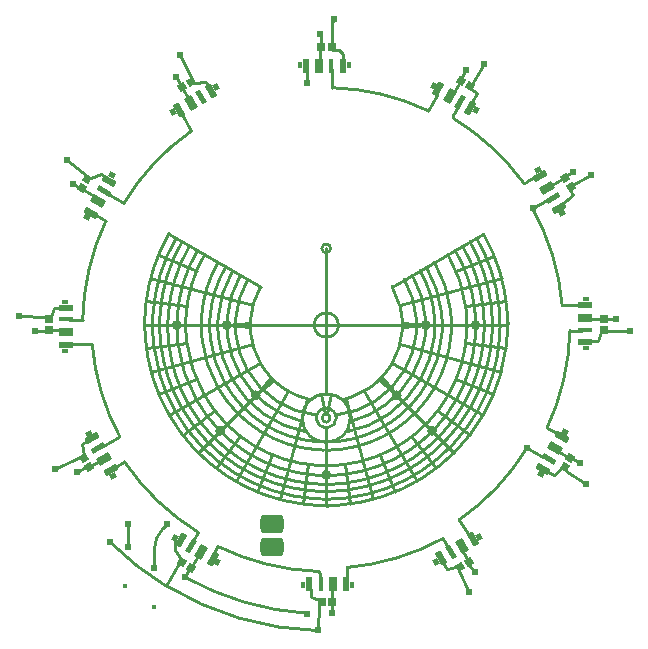
<source format=gtl>
G04*
G04 #@! TF.GenerationSoftware,Altium Limited,Altium Designer,21.8.1 (53)*
G04*
G04 Layer_Physical_Order=1*
G04 Layer_Color=255*
%FSLAX25Y25*%
%MOIN*%
G70*
G04*
G04 #@! TF.SameCoordinates,BB14BC4D-F75F-4C2B-B3D6-E291CF296C5C*
G04*
G04*
G04 #@! TF.FilePolarity,Positive*
G04*
G01*
G75*
%ADD11C,0.01000*%
G04:AMPARAMS|DCode=12|XSize=25.59mil|YSize=25.2mil|CornerRadius=0mil|HoleSize=0mil|Usage=FLASHONLY|Rotation=330.000|XOffset=0mil|YOffset=0mil|HoleType=Round|Shape=Rectangle|*
%AMROTATEDRECTD12*
4,1,4,-0.01738,-0.00451,-0.00478,0.01731,0.01738,0.00451,0.00478,-0.01731,-0.01738,-0.00451,0.0*
%
%ADD12ROTATEDRECTD12*%

%ADD13R,0.02165X0.04724*%
%ADD14R,0.02756X0.04724*%
%ADD15R,0.01772X0.04724*%
%ADD16R,0.01772X0.02165*%
G04:AMPARAMS|DCode=17|XSize=47.24mil|YSize=21.65mil|CornerRadius=0mil|HoleSize=0mil|Usage=FLASHONLY|Rotation=60.000|XOffset=0mil|YOffset=0mil|HoleType=Round|Shape=Rectangle|*
%AMROTATEDRECTD17*
4,1,4,-0.00244,-0.02587,-0.02119,-0.01504,0.00244,0.02587,0.02119,0.01504,-0.00244,-0.02587,0.0*
%
%ADD17ROTATEDRECTD17*%

%ADD18R,0.02559X0.02520*%
G04:AMPARAMS|DCode=19|XSize=25.59mil|YSize=25.2mil|CornerRadius=0mil|HoleSize=0mil|Usage=FLASHONLY|Rotation=210.000|XOffset=0mil|YOffset=0mil|HoleType=Round|Shape=Rectangle|*
%AMROTATEDRECTD19*
4,1,4,0.00478,0.01731,0.01738,-0.00451,-0.00478,-0.01731,-0.01738,0.00451,0.00478,0.01731,0.0*
%
%ADD19ROTATEDRECTD19*%

G04:AMPARAMS|DCode=20|XSize=25.59mil|YSize=25.2mil|CornerRadius=0mil|HoleSize=0mil|Usage=FLASHONLY|Rotation=300.000|XOffset=0mil|YOffset=0mil|HoleType=Round|Shape=Rectangle|*
%AMROTATEDRECTD20*
4,1,4,-0.01731,0.00478,0.00451,0.01738,0.01731,-0.00478,-0.00451,-0.01738,-0.01731,0.00478,0.0*
%
%ADD20ROTATEDRECTD20*%

%ADD21R,0.02520X0.02559*%
G04:AMPARAMS|DCode=22|XSize=25.59mil|YSize=25.2mil|CornerRadius=0mil|HoleSize=0mil|Usage=FLASHONLY|Rotation=240.000|XOffset=0mil|YOffset=0mil|HoleType=Round|Shape=Rectangle|*
%AMROTATEDRECTD22*
4,1,4,-0.00451,0.01738,0.01731,0.00478,0.00451,-0.01738,-0.01731,-0.00478,-0.00451,0.01738,0.0*
%
%ADD22ROTATEDRECTD22*%

G04:AMPARAMS|DCode=23|XSize=47.24mil|YSize=27.56mil|CornerRadius=0mil|HoleSize=0mil|Usage=FLASHONLY|Rotation=240.000|XOffset=0mil|YOffset=0mil|HoleType=Round|Shape=Rectangle|*
%AMROTATEDRECTD23*
4,1,4,-0.00012,0.02735,0.02374,0.01357,0.00012,-0.02735,-0.02374,-0.01357,-0.00012,0.02735,0.0*
%
%ADD23ROTATEDRECTD23*%

G04:AMPARAMS|DCode=24|XSize=47.24mil|YSize=17.72mil|CornerRadius=0mil|HoleSize=0mil|Usage=FLASHONLY|Rotation=240.000|XOffset=0mil|YOffset=0mil|HoleType=Round|Shape=Rectangle|*
%AMROTATEDRECTD24*
4,1,4,0.00414,0.02489,0.01948,0.01603,-0.00414,-0.02489,-0.01948,-0.01603,0.00414,0.02489,0.0*
%
%ADD24ROTATEDRECTD24*%

G04:AMPARAMS|DCode=25|XSize=21.65mil|YSize=17.72mil|CornerRadius=0mil|HoleSize=0mil|Usage=FLASHONLY|Rotation=240.000|XOffset=0mil|YOffset=0mil|HoleType=Round|Shape=Rectangle|*
%AMROTATEDRECTD25*
4,1,4,-0.00226,0.01381,0.01309,0.00495,0.00226,-0.01381,-0.01309,-0.00495,-0.00226,0.01381,0.0*
%
%ADD25ROTATEDRECTD25*%

G04:AMPARAMS|DCode=26|XSize=47.24mil|YSize=21.65mil|CornerRadius=0mil|HoleSize=0mil|Usage=FLASHONLY|Rotation=210.000|XOffset=0mil|YOffset=0mil|HoleType=Round|Shape=Rectangle|*
%AMROTATEDRECTD26*
4,1,4,0.01504,0.02119,0.02587,0.00244,-0.01504,-0.02119,-0.02587,-0.00244,0.01504,0.02119,0.0*
%
%ADD26ROTATEDRECTD26*%

G04:AMPARAMS|DCode=27|XSize=47.24mil|YSize=27.56mil|CornerRadius=0mil|HoleSize=0mil|Usage=FLASHONLY|Rotation=210.000|XOffset=0mil|YOffset=0mil|HoleType=Round|Shape=Rectangle|*
%AMROTATEDRECTD27*
4,1,4,0.01357,0.02374,0.02735,-0.00012,-0.01357,-0.02374,-0.02735,0.00012,0.01357,0.02374,0.0*
%
%ADD27ROTATEDRECTD27*%

G04:AMPARAMS|DCode=28|XSize=47.24mil|YSize=17.72mil|CornerRadius=0mil|HoleSize=0mil|Usage=FLASHONLY|Rotation=210.000|XOffset=0mil|YOffset=0mil|HoleType=Round|Shape=Rectangle|*
%AMROTATEDRECTD28*
4,1,4,0.01603,0.01948,0.02489,0.00414,-0.01603,-0.01948,-0.02489,-0.00414,0.01603,0.01948,0.0*
%
%ADD28ROTATEDRECTD28*%

G04:AMPARAMS|DCode=29|XSize=21.65mil|YSize=17.72mil|CornerRadius=0mil|HoleSize=0mil|Usage=FLASHONLY|Rotation=210.000|XOffset=0mil|YOffset=0mil|HoleType=Round|Shape=Rectangle|*
%AMROTATEDRECTD29*
4,1,4,0.00495,0.01309,0.01381,-0.00226,-0.00495,-0.01309,-0.01381,0.00226,0.00495,0.01309,0.0*
%
%ADD29ROTATEDRECTD29*%

%ADD30R,0.04724X0.02165*%
%ADD31R,0.04724X0.02756*%
%ADD32R,0.04724X0.01772*%
%ADD33R,0.02165X0.01772*%
G04:AMPARAMS|DCode=34|XSize=47.24mil|YSize=21.65mil|CornerRadius=0mil|HoleSize=0mil|Usage=FLASHONLY|Rotation=150.000|XOffset=0mil|YOffset=0mil|HoleType=Round|Shape=Rectangle|*
%AMROTATEDRECTD34*
4,1,4,0.02587,-0.00244,0.01504,-0.02119,-0.02587,0.00244,-0.01504,0.02119,0.02587,-0.00244,0.0*
%
%ADD34ROTATEDRECTD34*%

G04:AMPARAMS|DCode=35|XSize=47.24mil|YSize=27.56mil|CornerRadius=0mil|HoleSize=0mil|Usage=FLASHONLY|Rotation=150.000|XOffset=0mil|YOffset=0mil|HoleType=Round|Shape=Rectangle|*
%AMROTATEDRECTD35*
4,1,4,0.02735,0.00012,0.01357,-0.02374,-0.02735,-0.00012,-0.01357,0.02374,0.02735,0.00012,0.0*
%
%ADD35ROTATEDRECTD35*%

G04:AMPARAMS|DCode=36|XSize=47.24mil|YSize=17.72mil|CornerRadius=0mil|HoleSize=0mil|Usage=FLASHONLY|Rotation=150.000|XOffset=0mil|YOffset=0mil|HoleType=Round|Shape=Rectangle|*
%AMROTATEDRECTD36*
4,1,4,0.02489,-0.00414,0.01603,-0.01948,-0.02489,0.00414,-0.01603,0.01948,0.02489,-0.00414,0.0*
%
%ADD36ROTATEDRECTD36*%

G04:AMPARAMS|DCode=37|XSize=21.65mil|YSize=17.72mil|CornerRadius=0mil|HoleSize=0mil|Usage=FLASHONLY|Rotation=150.000|XOffset=0mil|YOffset=0mil|HoleType=Round|Shape=Rectangle|*
%AMROTATEDRECTD37*
4,1,4,0.01381,0.00226,0.00495,-0.01309,-0.01381,-0.00226,-0.00495,0.01309,0.01381,0.00226,0.0*
%
%ADD37ROTATEDRECTD37*%

G04:AMPARAMS|DCode=38|XSize=47.24mil|YSize=21.65mil|CornerRadius=0mil|HoleSize=0mil|Usage=FLASHONLY|Rotation=120.000|XOffset=0mil|YOffset=0mil|HoleType=Round|Shape=Rectangle|*
%AMROTATEDRECTD38*
4,1,4,0.02119,-0.01504,0.00244,-0.02587,-0.02119,0.01504,-0.00244,0.02587,0.02119,-0.01504,0.0*
%
%ADD38ROTATEDRECTD38*%

G04:AMPARAMS|DCode=39|XSize=47.24mil|YSize=27.56mil|CornerRadius=0mil|HoleSize=0mil|Usage=FLASHONLY|Rotation=120.000|XOffset=0mil|YOffset=0mil|HoleType=Round|Shape=Rectangle|*
%AMROTATEDRECTD39*
4,1,4,0.02374,-0.01357,-0.00012,-0.02735,-0.02374,0.01357,0.00012,0.02735,0.02374,-0.01357,0.0*
%
%ADD39ROTATEDRECTD39*%

G04:AMPARAMS|DCode=40|XSize=47.24mil|YSize=17.72mil|CornerRadius=0mil|HoleSize=0mil|Usage=FLASHONLY|Rotation=120.000|XOffset=0mil|YOffset=0mil|HoleType=Round|Shape=Rectangle|*
%AMROTATEDRECTD40*
4,1,4,0.01948,-0.01603,0.00414,-0.02489,-0.01948,0.01603,-0.00414,0.02489,0.01948,-0.01603,0.0*
%
%ADD40ROTATEDRECTD40*%

G04:AMPARAMS|DCode=41|XSize=21.65mil|YSize=17.72mil|CornerRadius=0mil|HoleSize=0mil|Usage=FLASHONLY|Rotation=120.000|XOffset=0mil|YOffset=0mil|HoleType=Round|Shape=Rectangle|*
%AMROTATEDRECTD41*
4,1,4,0.01309,-0.00495,-0.00226,-0.01381,-0.01309,0.00495,0.00226,0.01381,0.01309,-0.00495,0.0*
%
%ADD41ROTATEDRECTD41*%

%ADD74C,0.01000*%
%ADD75C,0.01772*%
G04:AMPARAMS|DCode=76|XSize=78.74mil|YSize=62.99mil|CornerRadius=15.75mil|HoleSize=0mil|Usage=FLASHONLY|Rotation=0.000|XOffset=0mil|YOffset=0mil|HoleType=Round|Shape=RoundedRectangle|*
%AMROUNDEDRECTD76*
21,1,0.07874,0.03150,0,0,0.0*
21,1,0.04724,0.06299,0,0,0.0*
1,1,0.03150,0.02362,-0.01575*
1,1,0.03150,-0.02362,-0.01575*
1,1,0.03150,-0.02362,0.01575*
1,1,0.03150,0.02362,0.01575*
%
%ADD76ROUNDEDRECTD76*%
%ADD77C,0.02400*%
D11*
X359147Y76647D02*
G03*
X356219Y69576I7071J-7071D01*
G01*
X341500Y72000D02*
G03*
X360031Y57429I72000J72500D01*
G01*
X360116Y57568D02*
G03*
X410705Y42524I53384J86932D01*
G01*
X411502Y61296D02*
G03*
X411502Y61303I-1000J0D01*
G01*
X410584Y62292D02*
G03*
X410538Y62295I-82J-997D01*
G01*
X411247Y61962D02*
G03*
X411167Y62042I-746J-666D01*
G01*
X377356Y70616D02*
G03*
X410538Y62295I36124J73732D01*
G01*
X335500Y138000D02*
G03*
X344730Y107125I78000J6500D01*
G01*
X492155Y150972D02*
G03*
X481960Y183764I-78655J-6472D01*
G01*
X367977Y170775D02*
G03*
X360815Y147389I45150J-26617D01*
G01*
X361149Y174948D02*
G03*
X353453Y151846I51938J-30135D01*
G01*
X372988Y167883D02*
G03*
X366798Y147723I40272J-23394D01*
G01*
X365489Y172212D02*
G03*
X358132Y148129I47604J-27707D01*
G01*
X370599Y169262D02*
G03*
X363863Y147389I42640J-25107D01*
G01*
X363863D02*
G03*
X363757Y144683I50361J-3333D01*
G01*
X360815Y147389D02*
G03*
X360714Y144576I53380J-3334D01*
G01*
X366798Y147723D02*
G03*
X366687Y145131I47366J-3329D01*
G01*
X364890Y144387D02*
G03*
X364890Y144387I-1172J0D01*
G01*
X363757Y144683D02*
G03*
X363753Y144049I50808J-634D01*
G01*
X366687Y145131D02*
G03*
X366682Y144387I47813J-743D01*
G01*
X366741Y142007D02*
G03*
X367009Y138816I47100J2353D01*
G01*
X360714Y144576D02*
G03*
X360711Y144049I53827J-526D01*
G01*
X355647Y145069D02*
G03*
X355642Y144275I59086J-794D01*
G01*
D02*
G03*
X355715Y141340I58860J-3D01*
G01*
X353032Y144673D02*
G03*
X353038Y143784I61693J-0D01*
G01*
D02*
G03*
X353174Y140486I61260J880D01*
G01*
X358132Y148129D02*
G03*
X358012Y145116I56054J-3734D01*
G01*
X353453Y151846D02*
G03*
X353108Y147732I60399J-7137D01*
G01*
X358012Y145116D02*
G03*
X358008Y144387I56555J-729D01*
G01*
X355772Y148189D02*
G03*
X355647Y145069I58561J-3906D01*
G01*
X358078Y141564D02*
G03*
X358397Y137780I55693J2791D01*
G01*
X356041Y137437D02*
G03*
X358159Y127335I57191J6718D01*
G01*
X355715Y141340D02*
G03*
X356041Y137437I58189J2901D01*
G01*
X353108Y147732D02*
G03*
X353032Y144673I61367J-3056D01*
G01*
X382307Y162503D02*
G03*
X377464Y146708I31016J-18151D01*
G01*
X387346Y159593D02*
G03*
X383308Y146417I25891J-15141D01*
G01*
X380027Y163818D02*
G03*
X374758Y146640I33185J-19577D01*
G01*
X363475Y173374D02*
G03*
X355772Y148189I49711J-28976D01*
G01*
X377477Y165291D02*
G03*
X371971Y147400I35803J-20812D01*
G01*
X384892Y161010D02*
G03*
X380498Y146605I28452J-16553D01*
G01*
X363816Y141522D02*
G03*
X364099Y138143I50037J2499D01*
G01*
X360778Y141365D02*
G03*
X361087Y137722I52975J2653D01*
G01*
X360711Y144049D02*
G03*
X360778Y141365I53586J-2D01*
G01*
X366682Y144387D02*
G03*
X366741Y142007I47644J-2D01*
G01*
X358008Y144387D02*
G03*
X358078Y141564I56336J-2D01*
G01*
X363753Y144049D02*
G03*
X363816Y141522I50614J-2D01*
G01*
X364099Y138143D02*
G03*
X370209Y119513I49115J5790D01*
G01*
X353174Y140486D02*
G03*
X361099Y114483I59940J4058D01*
G01*
X358159Y127335D02*
G03*
X363281Y115513I55033J16820D01*
G01*
X358397Y137780D02*
G03*
X365390Y116731I54679J6480D01*
G01*
X361087Y137722D02*
G03*
X367586Y117999I52009J6206D01*
G01*
X367009Y138816D02*
G03*
X372890Y121061I46239J5463D01*
G01*
X372154Y139435D02*
G03*
X377379Y123652I41119J4855D01*
G01*
X380467Y142691D02*
G03*
X380662Y140406I33278J1677D01*
G01*
X381461Y144387D02*
G03*
X381461Y144387I-1149J0D01*
G01*
X380425D02*
G03*
X380467Y142691I33663J-1D01*
G01*
X377633Y140005D02*
G03*
X378990Y133582I35716J4195D01*
G01*
X377428Y142450D02*
G03*
X377633Y140005I36342J1804D01*
G01*
X374946Y139592D02*
G03*
X379734Y125013I38228J4479D01*
G01*
X378990Y133581D02*
G03*
X382112Y126385I34334J10618D01*
G01*
X383243Y144786D02*
G03*
X383241Y144387I30801J-398D01*
G01*
X380498Y146605D02*
G03*
X380427Y144805I33499J-2213D01*
G01*
X383308Y146417D02*
G03*
X383243Y144786I30528J-2025D01*
G01*
X383458Y140748D02*
G03*
X387248Y129350I29768J3569D01*
G01*
X380662Y140406D02*
G03*
X384794Y127934I32670J3905D01*
G01*
X383280Y142836D02*
G03*
X383458Y140748I30328J1533D01*
G01*
X383241Y144387D02*
G03*
X383280Y142836I30679J-1D01*
G01*
X380427Y144805D02*
G03*
X380425Y144387I33796J-417D01*
G01*
X397606Y124601D02*
G03*
X398792Y123689I15727J19221D01*
G01*
X396602Y125468D02*
G03*
X397606Y124601I16892J18550D01*
G01*
X394999Y127042D02*
G03*
X395509Y126517I18659J17622D01*
G01*
X393443Y128925D02*
G03*
X394155Y128029I20797J15805D01*
G01*
D02*
G03*
X394904Y127168I19884J16533D01*
G01*
D02*
G03*
X395719Y126312I18943J17220D01*
G01*
X400373Y122638D02*
G03*
X407537Y119704I12690J20776D01*
G01*
X398792Y123689D02*
G03*
X400373Y122638I14394J19927D01*
G01*
X391183Y120956D02*
G03*
X391183Y120956I-1183J0D01*
G01*
X384794Y127934D02*
G03*
X405594Y112230I28784J16499D01*
G01*
X379734Y125013D02*
G03*
X410768Y105501I33688J19145D01*
G01*
X382112Y126385D02*
G03*
X407042Y108699I31449J17917D01*
G01*
X387248Y129350D02*
G03*
X410333Y114354I26183J15040D01*
G01*
X410202Y113240D02*
G03*
X410221Y113014I3335J173D01*
G01*
X416834Y113414D02*
G03*
X416829Y113586I-3374J0D01*
G01*
X415709Y102762D02*
G03*
X418610Y103012I-2140J41874D01*
G01*
X415457Y105463D02*
G03*
X418129Y105693I-2003J38930D01*
G01*
X410221Y113014D02*
G03*
X413346Y110100I3294J401D01*
G01*
X411502Y116052D02*
G03*
X410419Y114610I2018J-2642D01*
G01*
D02*
G03*
X410218Y113792I3077J-1187D01*
G01*
X410223Y120779D02*
G03*
X410079Y120719I3242J-8054D01*
G01*
X410197Y113414D02*
G03*
X410202Y113240I3375J-0D01*
G01*
X410218Y113792D02*
G03*
X410201Y113572I3322J-376D01*
G01*
X410201D02*
G03*
X410197Y113414I3374J-157D01*
G01*
X421525D02*
G03*
X421525Y113414I-8010J0D01*
G01*
X413916Y110120D02*
G03*
X416829Y113245I-401J3294D01*
G01*
X410781Y102797D02*
G03*
X413034Y102710I2757J42165D01*
G01*
X416312Y89037D02*
G03*
X420172Y89370I-2847J55676D01*
G01*
X416555Y86450D02*
G03*
X420590Y86797I-2976J58166D01*
G01*
X416186Y91400D02*
G03*
X419821Y91713I-2723J52965D01*
G01*
X409866Y91448D02*
G03*
X412784Y91333I3558J53322D01*
G01*
X409766Y86494D02*
G03*
X412899Y86376I3770J58587D01*
G01*
X409824Y89079D02*
G03*
X412816Y88967I3600J56084D01*
G01*
X414158Y84222D02*
G03*
X417420Y84344I-664J61296D01*
G01*
X413544Y86373D02*
G03*
X416555Y86450I3J58849D01*
G01*
X406144Y84659D02*
G03*
X410350Y84298I7307J60370D01*
G01*
X413431Y88964D02*
G03*
X416312Y89037I3J56328D01*
G01*
X410350Y84298D02*
G03*
X413487Y84218I3135J61362D01*
G01*
X407537Y119704D02*
G03*
X408161Y119567I5638J24131D01*
G01*
X418881Y119558D02*
G03*
X420123Y119846I-4955J24212D01*
G01*
X410392Y120844D02*
G03*
X410223Y120779I3108J-8204D01*
G01*
X412823Y116659D02*
G03*
X411502Y116052I683J-3227D01*
G01*
X416829Y113586D02*
G03*
X416810Y113810I-3336J-169D01*
G01*
Y113810D02*
G03*
X414685Y116520I-3296J-397D01*
G01*
X410768Y105501D02*
G03*
X412912Y105414I2658J39185D01*
G01*
X410594Y120918D02*
G03*
X410392Y120844I2937J-8363D01*
G01*
X395509Y126517D02*
G03*
X396035Y126006I18142J18142D01*
G01*
X395719Y126312D02*
G03*
X396602Y125468I17946J17894D01*
G01*
X392781Y129835D02*
G03*
X393443Y128925I21669J15054D01*
G01*
X392145Y130795D02*
G03*
X392781Y129835I22524J14246D01*
G01*
X391527Y131821D02*
G03*
X392145Y130795I23372J13366D01*
G01*
X377379Y123652D02*
G03*
X410781Y102797I36156J20733D01*
G01*
X370209Y119513D02*
G03*
X410117Y94374I43324J24531D01*
G01*
X367586Y117999D02*
G03*
X409866Y91448I45834J26047D01*
G01*
X372890Y121061D02*
G03*
X410490Y97623I40645J23325D01*
G01*
X365390Y116731D02*
G03*
X409824Y89079I48028J27650D01*
G01*
X363281Y115513D02*
G03*
X409766Y86494I50251J28754D01*
G01*
X361099Y114483D02*
G03*
X406144Y84659I52395J30206D01*
G01*
X379355Y109151D02*
G03*
X379355Y109151I-1205J0D01*
G01*
X413612Y114774D02*
G03*
X413571Y114777I-97J-1140D01*
G01*
X413577Y114777D02*
G03*
X413525Y114778I-61J-1132D01*
G01*
X413571Y114777D02*
G03*
X413516Y114778I-56J-1131D01*
G01*
X413516D02*
G03*
X413460Y114777I0J-1132D01*
G01*
X413385Y114771D02*
G03*
X413355Y114767I133J-1160D01*
G01*
X413419Y114774D02*
G03*
X413385Y114771I98J-1151D01*
G01*
X413415Y114774D02*
G03*
X413382Y114770I102J-1152D01*
G01*
Y114770D02*
G03*
X413352Y114767I137J-1160D01*
G01*
X413278Y114753D02*
G03*
X413255Y114748I249J-1190D01*
G01*
X413300Y114758D02*
G03*
X413276Y114753I224J-1183D01*
G01*
X413325Y114762D02*
G03*
X413300Y114758I197J-1176D01*
G01*
X413676Y114767D02*
G03*
X413646Y114771I-163J-1156D01*
G01*
X413352Y114767D02*
G03*
X413325Y114762I168J-1168D01*
G01*
X413460Y114777D02*
G03*
X413419Y114774I56J-1142D01*
G01*
X413616Y114774D02*
G03*
X413577Y114777I-101J-1141D01*
G01*
X413646Y114771D02*
G03*
X413612Y114774I-132J-1148D01*
G01*
X413679Y114767D02*
G03*
X413649Y114770I-166J-1156D01*
G01*
X414075Y114636D02*
G03*
X414026Y114661I-571J-1063D01*
G01*
X414161Y114585D02*
G03*
X414119Y114611I-671J-1034D01*
G01*
X414026Y114661D02*
G03*
X413972Y114685I-518J-1077D01*
G01*
X414119Y114611D02*
G03*
X414075Y114636I-622J-1049D01*
G01*
X414201Y114558D02*
G03*
X414161Y114585I-717J-1018D01*
G01*
X414277Y114500D02*
G03*
X414240Y114530I-808J-980D01*
G01*
D02*
G03*
X414201Y114558I-763J-1000D01*
G01*
X414388Y114397D02*
G03*
X414352Y114434I-946J-907D01*
G01*
D02*
G03*
X414315Y114468I-900J-934D01*
G01*
X414345Y121383D02*
G03*
X414180Y121397I-850J-8623D01*
G01*
X415025Y121289D02*
G03*
X414744Y121334I-1562J-8796D01*
G01*
X414315Y114468D02*
G03*
X414277Y114500I-855J-958D01*
G01*
X414739Y113091D02*
G03*
X414756Y113185I-1422J319D01*
G01*
X414712Y112989D02*
G03*
X414739Y113091I-1381J417D01*
G01*
X414763Y113594D02*
G03*
X414750Y113683I-1455J-177D01*
G01*
X414774Y113444D02*
G03*
X414771Y113514I-1495J-29D01*
G01*
Y113514D02*
G03*
X414763Y113594I-1477J-99D01*
G01*
X414756Y113185D02*
G03*
X414767Y113269I-1454J228D01*
G01*
X414767D02*
G03*
X414773Y113345I-1480J144D01*
G01*
D02*
G03*
X414774Y113414I-1500J69D01*
G01*
D02*
G03*
X414774Y113444I-1507J0D01*
G01*
X414678Y112890D02*
G03*
X414712Y112989I-1333J513D01*
G01*
X412292Y113734D02*
G03*
X412274Y113641I1423J-315D01*
G01*
X412429Y114103D02*
G03*
X412389Y114023I1232J-666D01*
G01*
X412351Y113932D02*
G03*
X412318Y113834I1336J-506D01*
G01*
X412318D02*
G03*
X412292Y113734I1383J-412D01*
G01*
X412257Y113414D02*
G03*
X412257Y113383I1507J-0D01*
G01*
X412389Y114023D02*
G03*
X412351Y113932I1284J-592D01*
G01*
X413346Y110100D02*
G03*
X413516Y110096I169J3371D01*
G01*
Y110096D02*
G03*
X413690Y110101I0J3375D01*
G01*
Y110101D02*
G03*
X413916Y110120I-173J3335D01*
G01*
X414291Y112340D02*
G03*
X414329Y112373I-836J984D01*
G01*
X413986Y112149D02*
G03*
X414040Y112174I-481J1101D01*
G01*
X414040D02*
G03*
X414087Y112199I-540J1087D01*
G01*
D02*
G03*
X414132Y112225I-594J1073D01*
G01*
D02*
G03*
X414174Y112252I-645J1058D01*
G01*
X414174D02*
G03*
X414215Y112280I-694J1042D01*
G01*
Y112280D02*
G03*
X414253Y112309I-742J1024D01*
G01*
D02*
G03*
X414291Y112340I-789J1005D01*
G01*
X413923Y112124D02*
G03*
X413986Y112149I-413J1115D01*
G01*
X414329Y112373D02*
G03*
X414367Y112409I-882J960D01*
G01*
X414519Y112591D02*
G03*
X414558Y112650I-1124J787D01*
G01*
X414367Y112409D02*
G03*
X414404Y112449I-929J934D01*
G01*
D02*
G03*
X414442Y112491I-977J904D01*
G01*
X414442Y112491D02*
G03*
X414480Y112538I-1025J870D01*
G01*
X414599Y112720D02*
G03*
X414639Y112799I-1228J672D01*
G01*
X414480Y112538D02*
G03*
X414519Y112591I-1074J831D01*
G01*
X414558Y112650D02*
G03*
X414599Y112720I-1175J734D01*
G01*
X414639Y112799D02*
G03*
X414678Y112890I-1281J598D01*
G01*
X412847Y114570D02*
G03*
X412808Y114542I704J-1035D01*
G01*
Y114542D02*
G03*
X412770Y114513I751J-1018D01*
G01*
X412508Y114233D02*
G03*
X412469Y114172I1128J-781D01*
G01*
X412469D02*
G03*
X412429Y114103I1179J-728D01*
G01*
X412770Y114513D02*
G03*
X412733Y114482I797J-999D01*
G01*
X412695Y114449D02*
G03*
X412658Y114413I889J-955D01*
G01*
X412585Y114332D02*
G03*
X412546Y114285I1029J-865D01*
G01*
X412658Y114413D02*
G03*
X412621Y114374I935J-928D01*
G01*
X412546Y114285D02*
G03*
X412508Y114233I1078J-826D01*
G01*
X412621Y114374D02*
G03*
X412585Y114332I982J-898D01*
G01*
X412733Y114482D02*
G03*
X412695Y114449I843J-978D01*
G01*
X414464Y114311D02*
G03*
X414426Y114356I-1041J-839D01*
G01*
X414622Y114065D02*
G03*
X414581Y114140I-1245J-625D01*
G01*
X414662Y113979D02*
G03*
X414622Y114065I-1297J-545D01*
G01*
X414581Y114140D02*
G03*
X414541Y114205I-1192J-693D01*
G01*
X414541D02*
G03*
X414502Y114261I-1140J-750D01*
G01*
D02*
G03*
X414464Y114311I-1090J-798D01*
G01*
X414728Y113781D02*
G03*
X414698Y113883I-1391J-357D01*
G01*
D02*
G03*
X414662Y113979I-1347J-454D01*
G01*
X414426Y114356D02*
G03*
X414388Y114397I-993J-875D01*
G01*
X414750Y113683D02*
G03*
X414728Y113781I-1427J-263D01*
G01*
X413445Y112053D02*
G03*
X413516Y112050I70J1179D01*
G01*
X413025Y112158D02*
G03*
X413086Y112132I497J1085D01*
G01*
X413534Y112051D02*
G03*
X413834Y112094I-18J1169D01*
G01*
X413086Y112132D02*
G03*
X413445Y112053I429J1089D01*
G01*
X412800Y112292D02*
G03*
X412841Y112263I754J1006D01*
G01*
Y112263D02*
G03*
X412882Y112235I706J1024D01*
G01*
D02*
G03*
X412926Y112209I658J1041D01*
G01*
Y112209D02*
G03*
X412973Y112183I607J1056D01*
G01*
Y112183D02*
G03*
X413025Y112158I555J1071D01*
G01*
X413834Y112094D02*
G03*
X413923Y112124I-320J1133D01*
G01*
X419821Y91713D02*
G03*
X459304Y118048I-6395J52354D01*
G01*
X420590Y86797D02*
G03*
X463780Y115463I-7053J57495D01*
G01*
X419575Y94620D02*
G03*
X456851Y119465I-6034J49439D01*
G01*
X420172Y89370D02*
G03*
X461501Y116779I-6749J55040D01*
G01*
X417420Y84344D02*
G03*
X465876Y114483I-3918J60322D01*
G01*
X416144Y94325D02*
G03*
X419575Y94620I-2571J50023D01*
G01*
X410490Y97623D02*
G03*
X413023Y97528I3048J47417D01*
G01*
X415978Y97587D02*
G03*
X419239Y97868I-2406J47081D01*
G01*
X410117Y94374D02*
G03*
X412876Y94263I3420J50346D01*
G01*
X465876Y114483D02*
G03*
X471491Y127576I-52024J30063D01*
G01*
X463780Y115463D02*
G03*
X471320Y140435I-49898J28692D01*
G01*
X471320D02*
G03*
X471441Y143583I-58572J3832D01*
G01*
X455120Y141416D02*
G03*
X455218Y143685I-42130J2964D01*
G01*
X454170Y121013D02*
G03*
X460306Y141296I-40356J23278D01*
G01*
X459304Y118048D02*
G03*
X466018Y140281I-45555J25888D01*
G01*
X449681Y123603D02*
G03*
X455120Y141416I-35877J20692D01*
G01*
X456851Y119465D02*
G03*
X463203Y140407I-42992J24476D01*
G01*
X460306Y141296D02*
G03*
X460403Y143852I-47415J3085D01*
G01*
X463203Y140407D02*
G03*
X463328Y143193I-50292J3634D01*
G01*
X466018Y140281D02*
G03*
X466144Y143172I-53284J3760D01*
G01*
X412268Y113232D02*
G03*
X412282Y113142I1454J179D01*
G01*
X412453Y112684D02*
G03*
X412493Y112619I1189J697D01*
G01*
Y112619D02*
G03*
X412533Y112562I1137J754D01*
G01*
X412371Y112845D02*
G03*
X412412Y112758I1295J550D01*
G01*
X412412D02*
G03*
X412453Y112684I1242J630D01*
G01*
X412282Y113142D02*
G03*
X412304Y113043I1425J267D01*
G01*
Y113043D02*
G03*
X412335Y112941I1389J362D01*
G01*
D02*
G03*
X412371Y112845I1345J459D01*
G01*
X412723Y112355D02*
G03*
X412761Y112322I848J964D01*
G01*
X412684Y112390D02*
G03*
X412723Y112355I895J938D01*
G01*
X412571Y112513D02*
G03*
X412609Y112468I1037J844D01*
G01*
X412609D02*
G03*
X412647Y112427I989J879D01*
G01*
Y112427D02*
G03*
X412684Y112390I941J911D01*
G01*
X412533Y112562D02*
G03*
X412571Y112513I1086J803D01*
G01*
X412761Y112322D02*
G03*
X412800Y112292I801J986D01*
G01*
X413431Y105411D02*
G03*
X415457Y105463I2J39386D01*
G01*
X413544Y102707D02*
G03*
X415709Y102762I2J42365D01*
G01*
X413544Y94258D02*
G03*
X416144Y94325I2J50609D01*
G01*
X413544Y97525D02*
G03*
X415978Y97587I2J47634D01*
G01*
X414693Y94427D02*
G03*
X414693Y94427I-1205J0D01*
G01*
X413431Y91329D02*
G03*
X416186Y91400I2J53586D01*
G01*
X412260Y113311D02*
G03*
X412268Y113232I1476J102D01*
G01*
X412264Y113556D02*
G03*
X412258Y113482I1481J-141D01*
G01*
X412258Y113482D02*
G03*
X412257Y113414I1501J-68D01*
G01*
X412257Y113383D02*
G03*
X412260Y113311I1495J31D01*
G01*
X412274Y113641D02*
G03*
X412264Y113556I1455J-224D01*
G01*
X412641Y121378D02*
G03*
X412454Y121356I906J-8730D01*
G01*
X413458Y121424D02*
G03*
X411844Y121249I57J-8059D01*
G01*
X412806Y121394D02*
G03*
X412641Y121378I733J-8657D01*
G01*
X412232Y121326D02*
G03*
X410878Y121012I1355J-8938D01*
G01*
X412454Y121356D02*
G03*
X412232Y121326I1105J-8797D01*
G01*
X412958Y121405D02*
G03*
X412806Y121394I573J-8581D01*
G01*
X410878Y121012D02*
G03*
X410594Y120918I2684J-8545D01*
G01*
X413776Y114748D02*
G03*
X413753Y114753I-272J-1185D01*
G01*
X413706Y114762D02*
G03*
X413679Y114767I-195J-1164D01*
G01*
X413755Y114753D02*
G03*
X413731Y114758I-248J-1178D01*
G01*
X413753Y114753D02*
G03*
X413729Y114758I-246J-1178D01*
G01*
X413731Y114758D02*
G03*
X413706Y114762I-222J-1171D01*
G01*
X413799Y114743D02*
G03*
X413777Y114748I-298J-1192D01*
G01*
D02*
G03*
X413755Y114753I-273J-1185D01*
G01*
X413798Y114743D02*
G03*
X413776Y114748I-297J-1192D01*
G01*
X413729Y114758D02*
G03*
X413703Y114763I-220J-1171D01*
G01*
X413905Y114711D02*
G03*
X413799Y114743I-387J-1104D01*
G01*
X413703Y114763D02*
G03*
X413676Y114767I-192J-1163D01*
G01*
X413972Y114685D02*
G03*
X413905Y114711I-458J-1090D01*
G01*
X413276Y116724D02*
G03*
X413091Y116705I237J-3286D01*
G01*
X413516Y116733D02*
G03*
X413276Y116724I-0J-3328D01*
G01*
X414209Y116659D02*
G03*
X413597Y116732I-691J-3222D01*
G01*
X414685Y116520D02*
G03*
X414209Y116659I-1159J-3080D01*
G01*
X413597Y116732D02*
G03*
X413516Y116733I-82J-3360D01*
G01*
X413156Y114721D02*
G03*
X413083Y114695I360J-1122D01*
G01*
X413232Y114743D02*
G03*
X413156Y114721I281J-1134D01*
G01*
X413302Y114758D02*
G03*
X413278Y114753I222J-1182D01*
G01*
X413328Y114763D02*
G03*
X413302Y114758I194J-1175D01*
G01*
X413355Y114767D02*
G03*
X413328Y114763I165J-1168D01*
G01*
X413255Y114748D02*
G03*
X413233Y114743I275J-1197D01*
G01*
X413254Y114748D02*
G03*
X413232Y114743I276J-1197D01*
G01*
X413091Y116705D02*
G03*
X412941Y116682I418J-3235D01*
G01*
Y116682D02*
G03*
X412823Y116659I563J-3181D01*
G01*
X413025Y114670D02*
G03*
X412974Y114646I501J-1093D01*
G01*
X412974Y114646D02*
G03*
X412929Y114621I557J-1080D01*
G01*
Y114621D02*
G03*
X412887Y114596I608J-1066D01*
G01*
X413083Y114695D02*
G03*
X413025Y114670I437J-1107D01*
G01*
X412887Y114596D02*
G03*
X412847Y114570I657J-1051D01*
G01*
X414744Y121334D02*
G03*
X414527Y121363I-1268J-8751D01*
G01*
X415188Y121249D02*
G03*
X413458Y121424I-1676J-7923D01*
G01*
X414527Y121363D02*
G03*
X414345Y121383I-1041J-8691D01*
G01*
X416488Y120900D02*
G03*
X415025Y121289I-3043J-8506D01*
G01*
X416680Y120829D02*
G03*
X416488Y120900I-3173J-8255D01*
G01*
X416842Y120765D02*
G03*
X416680Y120829I-3304J-8107D01*
G01*
X416829Y113245D02*
G03*
X416834Y113414I-3371J169D01*
G01*
X391625Y157122D02*
G03*
X388250Y146032I21761J-12682D01*
G01*
X388229Y143106D02*
G03*
X388375Y141374I25467J1267D01*
G01*
X388197Y144500D02*
G03*
X388208Y143767I25665J-0D01*
G01*
X388250Y146032D02*
G03*
X388199Y144679I25644J-1641D01*
G01*
X388208Y145233D02*
G03*
X388197Y144500I25636J-733D01*
G01*
X388199Y144679D02*
G03*
X388197Y144387I25864J-292D01*
G01*
D02*
G03*
X388229Y143106I25760J-1D01*
G01*
X388375Y141374D02*
G03*
X391527Y131821I25003J2955D01*
G01*
X377383Y144275D02*
G03*
X377428Y142450I36759J-2D01*
G01*
X377386Y144753D02*
G03*
X377383Y144275I36903J-478D01*
G01*
X377464Y146708D02*
G03*
X377386Y144753I36576J-2428D01*
G01*
X371916Y142271D02*
G03*
X372154Y139435I41893J2092D01*
G01*
X371863Y144387D02*
G03*
X371916Y142271I42376J-2D01*
G01*
X374728Y142210D02*
G03*
X374946Y139592I38949J1930D01*
G01*
X374681Y144549D02*
G03*
X374680Y144162I39552J-387D01*
G01*
X374680D02*
G03*
X374728Y142210I39397J-2D01*
G01*
X374758Y146640D02*
G03*
X374681Y144549I39224J-2473D01*
G01*
X371971Y147401D02*
G03*
X371869Y145095I42115J-3006D01*
G01*
X371869D02*
G03*
X371863Y144387I42520J-707D01*
G01*
X473528Y137555D02*
G03*
X473867Y141624I-60426J7083D01*
G01*
X473867Y141624D02*
G03*
X473943Y144673I-61390J3047D01*
G01*
X471491Y127576D02*
G03*
X473528Y137555I-57698J16974D01*
G01*
X438722Y147324D02*
G03*
X438109Y150655I-25074J-2888D01*
G01*
Y150655D02*
G03*
X435434Y157171I-24383J-6205D01*
G01*
X462978Y150043D02*
G03*
X456460Y169310I-49111J-5878D01*
G01*
X455224Y144387D02*
G03*
X455172Y146483I-42372J2D01*
G01*
X455172D02*
G03*
X454939Y149287I-41892J-2072D01*
G01*
X460346Y146767D02*
G03*
X460077Y149967I-47096J-2353D01*
G01*
Y149967D02*
G03*
X454072Y167931I-46237J-5472D01*
G01*
X452092Y141497D02*
G03*
X452179Y143642I-39180J2660D01*
G01*
X452182Y144162D02*
G03*
X452134Y146125I-39393J2D01*
G01*
X447857Y144387D02*
G03*
X447857Y144387I-1194J0D01*
G01*
X454939Y149287D02*
G03*
X449582Y165339I-41122J-4803D01*
G01*
X449639Y146459D02*
G03*
X444752Y162551I-35887J-2111D01*
G01*
X446662Y144606D02*
G03*
X446605Y146361I-33607J-216D01*
G01*
X443619Y144702D02*
G03*
X443559Y146344I-30597J-311D01*
G01*
X449703Y144554D02*
G03*
X449639Y146459I-36693J-276D01*
G01*
X443559Y146344D02*
G03*
X439544Y159544I-29941J-1895D01*
G01*
X446605Y146361D02*
G03*
X442167Y161058I-32873J-1908D01*
G01*
X451911Y148771D02*
G03*
X446863Y163770I-38236J-4520D01*
G01*
X446620Y142685D02*
G03*
X446663Y144387I-33609J1701D01*
G01*
X439642Y129399D02*
G03*
X443398Y140698I-26013J14920D01*
G01*
X434669Y130373D02*
G03*
X435293Y131367I-22383J14759D01*
G01*
X442265Y127885D02*
G03*
X446422Y140375I-28517J16429D01*
G01*
X444948Y126336D02*
G03*
X449444Y139916I-31181J17857D01*
G01*
X449444D02*
G03*
X449658Y142426I-36113J4338D01*
G01*
X447156Y125061D02*
G03*
X452092Y141497I-33500J19020D01*
G01*
X435532Y131773D02*
G03*
X438812Y142381I-21816J12556D01*
G01*
X434016Y129428D02*
G03*
X434669Y130373I-21506J15556D01*
G01*
X463270Y146606D02*
G03*
X462978Y150043I-50027J-2528D01*
G01*
X465772Y150406D02*
G03*
X458913Y170727I-52015J-6237D01*
G01*
X468464Y150998D02*
G03*
X461402Y172163I-54682J-6485D01*
G01*
X460406Y144387D02*
G03*
X460346Y146767I-47640J2D01*
G01*
X463335Y144049D02*
G03*
X463270Y146606I-50606J2D01*
G01*
X461501Y116779D02*
G03*
X468748Y140916I-47767J27498D01*
G01*
X464394Y144387D02*
G03*
X464394Y144387I-1138J0D01*
G01*
X466083Y146749D02*
G03*
X465772Y150406I-52971J-2668D01*
G01*
X452134Y146125D02*
G03*
X451911Y148771I-38945J-1940D01*
G01*
X413649Y114770D02*
G03*
X413616Y114774I-135J-1149D01*
G01*
X413454Y114777D02*
G03*
X413415Y114774I62J-1144D01*
G01*
X413506Y114778D02*
G03*
X413454Y114777I10J-1134D01*
G01*
X413276Y114753D02*
G03*
X413254Y114748I250J-1190D01*
G01*
X446422Y140375D02*
G03*
X446620Y142685I-33069J3993D01*
G01*
X449658Y142426D02*
G03*
X449704Y144275I-36701J1848D01*
G01*
X417599Y144387D02*
G03*
X417599Y144387I-4055J0D01*
G01*
X415008Y169959D02*
G03*
X415008Y169959I-1464J0D01*
G01*
X438812Y142381D02*
G03*
X438884Y143824I-25570J2000D01*
G01*
D02*
G03*
X438890Y144387I-25841J563D01*
G01*
X443398Y140698D02*
G03*
X443581Y142826I-30131J3672D01*
G01*
X438944Y143767D02*
G03*
X438955Y144500I-25655J733D01*
G01*
X438890Y144387D02*
G03*
X438859Y145653I-25778J1D01*
G01*
X438955Y144500D02*
G03*
X438944Y145233I-25647J-0D01*
G01*
X443581Y142826D02*
G03*
X443621Y144387I-30626J1560D01*
G01*
X438859Y145653D02*
G03*
X438722Y147324I-25485J-1251D01*
G01*
X471048Y151092D02*
G03*
X463584Y173423I-57130J-6684D01*
G01*
X473938Y145429D02*
G03*
X473810Y148717I-61269J-747D01*
G01*
X468785Y147194D02*
G03*
X468464Y150998I-55685J-2775D01*
G01*
X471373Y147191D02*
G03*
X471048Y151092I-58191J-2883D01*
G01*
X468748Y140916D02*
G03*
X468853Y143905I-56109J3466D01*
G01*
X471446Y144275D02*
G03*
X471373Y147191I-58860J2D01*
G01*
X466151Y144049D02*
G03*
X466083Y146749I-53585J2D01*
G01*
X468855Y144387D02*
G03*
X468785Y147194I-56327J2D01*
G01*
X473810Y148717D02*
G03*
X465926Y174775I-59951J-3918D01*
G01*
X420123Y119846D02*
G03*
X422096Y120447I-6131J23673D01*
G01*
X422096Y120447D02*
G03*
X427597Y123204I-8070J22966D01*
G01*
X433325Y128515D02*
G03*
X434016Y129428I-20599J16312D01*
G01*
X432582Y127619D02*
G03*
X433325Y128515I-19648J17043D01*
G01*
X431004Y126006D02*
G03*
X431530Y126517I-17616J18653D01*
G01*
X431802Y126760D02*
G03*
X432582Y127619I-18669J17730D01*
G01*
X431530Y126517D02*
G03*
X432041Y127042I-18149J18148D01*
G01*
X419982Y108688D02*
G03*
X444948Y126336I-6455J35616D01*
G01*
X418129Y105693D02*
G03*
X447156Y125061I-4703J38483D01*
G01*
X421436Y112215D02*
G03*
X442265Y127885I-7930J32219D01*
G01*
X430005Y125044D02*
G03*
X430955Y125908I-16506J19081D01*
G01*
X416692Y114372D02*
G03*
X439642Y129399I-3262J30020D01*
G01*
X438169Y120956D02*
G03*
X438169Y120956I-1194J0D01*
G01*
X430955Y125908D02*
G03*
X431802Y126760I-17634J18403D01*
G01*
X419239Y97868D02*
G03*
X454170Y121013I-5700J46533D01*
G01*
X418610Y103012D02*
G03*
X449681Y123603I-5070J41386D01*
G01*
X449974Y109128D02*
G03*
X449974Y109128I-1172J0D01*
G01*
X427597Y123204D02*
G03*
X428930Y124165I-13776J20526D01*
G01*
D02*
G03*
X430005Y125044I-15263J19766D01*
G01*
X366420Y60353D02*
G03*
X407163Y48286I47080J84147D01*
G01*
X368500Y209000D02*
G03*
X346200Y185193I45000J-64500D01*
G01*
X340000Y179000D02*
G03*
X332320Y146003I73500J-34500D01*
G01*
X346254Y98833D02*
G03*
X370870Y75289I67246J45667D01*
G01*
X420449Y63591D02*
G03*
X452386Y73209I-6949J80909D01*
G01*
X457731Y79391D02*
G03*
X480370Y103339I-44768J64995D01*
G01*
X487151Y110163D02*
G03*
X494738Y142506I-73651J34337D01*
G01*
X479555Y191450D02*
G03*
X456042Y213233I-67364J-49130D01*
G01*
X447437Y215867D02*
G03*
X415513Y223500I-33937J-71367D01*
G01*
X347500Y70500D02*
Y78000D01*
X347500Y78000D01*
X347500Y70500D02*
X347500Y70500D01*
X359147Y76647D02*
X360500Y78000D01*
X356219Y63318D02*
Y69576D01*
X354918Y160193D02*
X389080Y151040D01*
X411498Y61683D02*
X411502Y61303D01*
X411247Y61962D02*
X411498Y61683D01*
X376891Y69811D02*
X377356Y70616D01*
X410916Y62266D02*
X411167Y62042D01*
X411502Y59969D02*
Y61296D01*
X410584Y62292D02*
X410916Y62266D01*
X339265Y103978D02*
X344500Y107000D01*
X328468Y138000D02*
X335500D01*
X376109Y68457D02*
X376891Y69811D01*
X411502Y59969D02*
X411736Y58106D01*
X375673Y66559D02*
X376109Y68457D01*
X492155Y150972D02*
X498032D01*
X482418Y183415D02*
X487167Y186139D01*
X420098Y119896D02*
X429050Y86513D01*
X398026Y86493D02*
X406955Y119906D01*
X355135Y128865D02*
X389023Y137945D01*
X353558Y136610D02*
X367062Y138389D01*
X357726Y121403D02*
X370189Y126565D01*
X390013Y121021D02*
X396035Y126006D01*
X390013Y121021D02*
X394999Y127042D01*
X408305Y119684D02*
X408353Y119721D01*
X408212Y119608D02*
X408258Y119646D01*
X408305Y119684D01*
X408458Y119800D02*
X408511Y119839D01*
X409359Y120373D02*
X409445Y120419D01*
X409536Y120466D01*
X409201Y120285D02*
X409280Y120329D01*
X409359Y120373D01*
X409055Y120199D02*
X409127Y120242D01*
X409201Y120285D01*
X413511Y144459D02*
X413512Y144457D01*
X413496Y144515D02*
X413504Y144483D01*
X413487Y144500D02*
X413504Y144483D01*
X413519Y144468D01*
X413487Y144500D02*
X413511Y144459D01*
X413504Y144483D02*
X413511Y144459D01*
X413512Y144457D02*
X413516Y144452D01*
X413511Y144459D02*
X413512Y144457D01*
X413514Y144448D01*
Y144447D02*
Y144448D01*
X370849Y101862D02*
X395537Y126549D01*
X376794Y96680D02*
X384925Y107276D01*
X390413Y88795D02*
X395517Y101118D01*
X405620Y84740D02*
X407357Y97931D01*
X361218Y114322D02*
X391527Y131821D01*
X413516Y114778D02*
X413525Y114778D01*
X413506D02*
X413516Y114778D01*
X413798Y114743D02*
X413799Y114743D01*
X413232D02*
X413233Y114743D01*
X412823Y116659D02*
X413232Y114743D01*
X413799D02*
X414209Y116659D01*
X413516Y112050D02*
X413534Y112051D01*
X435532Y131773D02*
X465757Y114322D01*
X442092Y107222D02*
X450211Y96641D01*
X450757Y115902D02*
X461363Y107763D01*
X431494Y126493D02*
X456125Y101862D01*
X426225Y122438D02*
X443633Y92287D01*
X431473Y101078D02*
X436561Y88795D01*
X456881Y126526D02*
X469249Y121403D01*
X435293Y131367D02*
X435532Y131773D01*
X415990Y111357D02*
X415991D01*
X413034Y102710D02*
X413544Y102707D01*
X412784Y91333D02*
X413431Y91329D01*
X412876Y94263D02*
X413544Y94258D01*
X413023Y97528D02*
X413544Y97525D01*
X412912Y105414D02*
X413431Y105411D01*
X419620Y97916D02*
X421354Y84740D01*
X412899Y86376D02*
X413544Y86373D01*
X412816Y88967D02*
X413431Y88964D01*
X413487Y84176D02*
X413544Y110086D01*
X413487Y84218D02*
X414158Y84222D01*
X413351Y121422D02*
X413469Y121424D01*
X413228Y121419D02*
X413351Y121422D01*
X412958Y121405D02*
X413099Y121413D01*
X413228Y121419D01*
X414209Y116659D02*
X415188Y121249D01*
X411844D02*
X412823Y116659D01*
X413469Y121424D02*
X413516Y121424D01*
X413639Y121423D01*
X414033Y121408D02*
X414180Y121397D01*
X413762Y121420D02*
X413892Y121415D01*
X413639Y121423D02*
X413762Y121420D01*
X413892Y121415D02*
X414033Y121408D01*
X408987Y120158D02*
X409055Y120199D01*
X408920Y120117D02*
X408987Y120158D01*
X408511Y119839D02*
X408564Y119878D01*
X408793Y120035D02*
X408854Y120075D01*
X408619Y119916D02*
X408673Y119954D01*
X408854Y120075D02*
X408920Y120117D01*
X408733Y119995D02*
X408793Y120035D01*
X408564Y119878D02*
X408619Y119916D01*
X408405Y119761D02*
X408458Y119800D01*
X408673Y119954D02*
X408733Y119995D01*
X408353Y119721D02*
X408405Y119761D01*
X408161Y119567D02*
X408212Y119608D01*
X383342Y92287D02*
X400778Y122487D01*
X365611Y107763D02*
X376288Y115956D01*
X380425Y144500D02*
X388208Y143767D01*
X380425Y144500D02*
X388208Y145233D01*
X471441Y143583D02*
X471446Y144275D01*
X449703Y144554D02*
X449704Y144275D01*
X443619Y144702D02*
X443621Y144387D01*
X455218Y143685D02*
X455224Y144387D01*
X460403Y143852D02*
X460406Y144387D01*
X446662Y144606D02*
X446663Y144387D01*
X452179Y143642D02*
X452182Y144162D01*
X460024Y138374D02*
X473417Y136610D01*
X438056Y137917D02*
X471840Y128865D01*
X463328Y143193D02*
X463335Y144049D01*
X456857Y162394D02*
X469361Y167573D01*
X438944Y143767D02*
X446728Y144500D01*
X438000Y151067D02*
X471952Y160165D01*
X435434Y157171D02*
X465869Y174743D01*
X409836Y120611D02*
X409951Y120663D01*
X410079Y120719D01*
X409726Y120560D02*
X409836Y120611D01*
X409628Y120512D02*
X409726Y120560D01*
X409536Y120466D02*
X409628Y120512D01*
X413511Y121407D02*
X413527Y144500D01*
X361105Y174743D02*
X391625Y157122D01*
X357613Y167644D02*
X370269Y162401D01*
X413527Y144500D02*
X413544Y169959D01*
X459994Y150622D02*
X473417Y152390D01*
X353558D02*
X367091Y150608D01*
X438944Y145233D02*
X446728Y144500D01*
X353051D02*
X473924D01*
X473938Y145429D02*
X473943Y144673D01*
X468853Y143905D02*
X468855Y144387D01*
X466144Y143172D02*
X466151Y144049D01*
X465869Y174743D02*
X465926Y174775D01*
X418877Y119562D02*
X418881Y119558D01*
X418831Y119600D02*
X418877Y119562D01*
X418784Y119638D02*
X418831Y119600D01*
X418737Y119675D02*
X418784Y119638D01*
X418637Y119753D02*
X418689Y119712D01*
X418531Y119832D02*
X418584Y119792D01*
X418637Y119753D01*
X418689Y119712D02*
X418737Y119675D01*
X418477Y119871D02*
X418531Y119832D01*
X416842Y120765D02*
X416982Y120706D01*
X417109Y120650D02*
X417225Y120598D01*
X418423Y119909D02*
X418477Y119871D01*
X418125Y120107D02*
X418187Y120068D01*
X416982Y120706D02*
X417109Y120650D01*
X418368Y119947D02*
X418423Y119909D01*
X418308Y119988D02*
X418368Y119947D01*
X418248Y120028D02*
X418308Y119988D01*
X418187Y120068D02*
X418248Y120028D01*
X417991Y120190D02*
X418059Y120149D01*
X418125Y120107D01*
X417918Y120234D02*
X417991Y120190D01*
X417845Y120276D02*
X417918Y120234D01*
X417771Y120318D02*
X417845Y120276D01*
X417691Y120363D02*
X417771Y120318D01*
X417605Y120408D02*
X417691Y120363D01*
X417519Y120454D02*
X417605Y120408D01*
X417225Y120598D02*
X417329Y120548D01*
X431004Y126006D02*
X437027Y121021D01*
X432041Y127042D02*
X437027Y121021D01*
X417427Y120500D02*
X417519Y120454D01*
X417329Y120548D02*
X417427Y120500D01*
X407000Y225000D02*
Y229031D01*
X406799Y230894D02*
X407000Y229031D01*
X364401Y64989D02*
X365431Y65272D01*
X360116Y57568D02*
X364401Y64989D01*
X415500Y48500D02*
Y52000D01*
X411177Y51240D02*
X411957Y52000D01*
X410711Y42767D02*
X411177Y51240D01*
X364433Y216241D02*
X365279Y214579D01*
X368500Y209000D01*
X339291Y189157D02*
X340781Y188013D01*
X346000Y185000D01*
X336683Y180915D02*
X340000Y179000D01*
X335059Y181827D02*
X336683Y180915D01*
X326606Y146264D02*
X328468Y146000D01*
X332500D01*
X326606Y137799D02*
X328468Y138000D01*
X337527Y103264D02*
X339265Y103978D01*
X343240Y97093D02*
X346254Y98833D01*
X341759Y95933D02*
X343240Y97093D01*
X369222Y72434D02*
X370870Y75289D01*
X368343Y70791D02*
X369222Y72434D01*
X452386Y73209D02*
X454079Y70276D01*
X455166Y68754D01*
X420449Y59969D02*
Y63591D01*
X420201Y58106D02*
X420449Y59969D01*
X453901Y70174D02*
X455166Y68754D01*
X457731Y79391D02*
X461061Y74308D01*
X462497Y72986D01*
X480414Y103312D02*
X485903Y100440D01*
X487709Y99843D01*
X487151Y110163D02*
X490426Y108272D01*
X491941Y107173D01*
X494738Y142506D02*
X498032D01*
X499894Y142736D01*
X498032Y150972D02*
X499894Y151201D01*
X487167Y186139D02*
X488973Y186736D01*
X455667Y213608D02*
X455960Y213315D01*
X455667Y214022D02*
X455667Y213608D01*
Y214290D02*
X455801Y214522D01*
X457272Y217070D01*
X455960Y213315D02*
X456042Y213233D01*
X455667Y214022D02*
X455667Y214290D01*
X480000Y192000D02*
X482838Y193638D01*
X484741Y194067D01*
X457272Y217070D02*
X458157Y218709D01*
X415513Y223500D02*
Y229031D01*
X415264Y230894D02*
X415513Y229031D01*
X447437Y215867D02*
X450400Y221037D01*
X450827Y222941D01*
X415264Y230894D02*
X415500Y229031D01*
X368534Y225386D02*
X368829Y226434D01*
X364618Y234327D02*
X368829Y226434D01*
X368534Y225386D02*
X369589Y225117D01*
X373336Y225418D01*
X374153Y224003D01*
X375173Y222441D01*
X363500Y227000D02*
X365078Y224268D01*
X365466Y223614D01*
X367452Y220134D02*
X368269Y218455D01*
X365829Y222946D02*
X367452Y220134D01*
X365466Y223614D02*
X365829Y222946D01*
X327116Y199568D02*
X333617Y194089D01*
X333886Y193034D01*
X334934Y193330D02*
X338456Y194737D01*
X339885Y193911D01*
X333886Y193034D02*
X334934Y193330D01*
X339885Y193911D02*
X341259Y192567D01*
X329000Y191500D02*
X331342Y190148D01*
X332114Y189966D01*
X332638Y189353D02*
X336100Y187354D01*
X337273Y185663D01*
X332114Y189966D02*
X332638Y189353D01*
X320240Y147051D02*
X321000Y146272D01*
X311116Y147568D02*
X320240Y147051D01*
X322767Y150000D02*
X324744D01*
X321000Y146272D02*
X321760Y147051D01*
X322767Y150000D01*
X324744D02*
X326606Y150201D01*
X316500Y142500D02*
X320240D01*
X321000Y142728D01*
X322260Y142654D02*
X324744D01*
X326606Y142228D01*
X321500Y142728D02*
X322260Y142654D01*
X323116Y96568D02*
X331566Y100329D01*
X332614Y100034D01*
X332153Y104877D02*
X332882Y101089D01*
X332153Y104877D02*
X333872Y105870D01*
X332614Y100034D02*
X332882Y101089D01*
X333872Y105870D02*
X335559Y106673D01*
X335054Y97329D02*
X337866Y98952D01*
X339545Y99769D01*
X334386Y96966D02*
X335054Y97329D01*
X333391Y97169D02*
X334386Y96966D01*
X330500Y95500D02*
X333391Y97169D01*
X363010Y69315D02*
X363123Y72790D01*
X365136Y66320D02*
X365431Y65272D01*
X363010Y69315D02*
X365136Y66320D01*
X363081Y73488D02*
X363123Y72790D01*
X370713Y67272D02*
X371837Y68773D01*
X368907Y64143D02*
X370713Y67272D01*
X368500Y63500D02*
X368907Y64143D01*
X366420Y60353D02*
X367923Y62956D01*
X368500Y63500D01*
X408474Y53723D02*
X411177Y52760D01*
X408382Y56244D02*
X408474Y53723D01*
X411177Y52760D02*
X411957Y52000D01*
X407799Y58106D02*
X408382Y56244D01*
X415534Y52760D02*
Y56244D01*
X415772Y58106D01*
X415500Y52000D02*
X415534Y52760D01*
X457670Y62566D02*
X457966Y63614D01*
X457670Y62566D02*
X461116Y55568D01*
X456911Y63882D02*
X457966Y63614D01*
X453612Y63173D02*
X456911Y63882D01*
X452515Y65073D02*
X453612Y63173D01*
X451757Y66785D02*
X452515Y65073D01*
X461500Y64000D02*
X463000Y62000D01*
X460726Y66085D02*
X461034Y65386D01*
X458661Y70771D02*
X459112Y68881D01*
X460726Y66085D01*
X493382Y95911D02*
X500116Y91568D01*
X493114Y96966D02*
X493382Y95911D01*
X487365Y95522D02*
X489352Y94374D01*
X492066Y96671D02*
X493114Y96966D01*
X489352Y94374D02*
X492066Y96671D01*
X485741Y96433D02*
X487365Y95522D01*
X495658Y99852D02*
X498000Y98500D01*
X494886Y100034D02*
X495658Y99852D01*
X491216Y102193D02*
X494245Y100444D01*
X489727Y103337D02*
X491216Y102193D01*
X494245Y100444D02*
X494886Y100034D01*
X506000Y142728D02*
X506760Y142568D01*
X514616D01*
X505240Y141949D02*
X506000Y142728D01*
X504233Y139000D02*
X505240Y141949D01*
X501756Y139000D02*
X504233D01*
X499894Y138799D02*
X501756Y139000D01*
X506010Y146530D02*
X506760Y146500D01*
X505240Y146560D02*
X506010Y146530D01*
X501756Y146560D02*
X505240D01*
X499894Y146772D02*
X501756Y146560D01*
X506760Y146500D02*
X510000D01*
X495000Y190500D02*
X495551Y191066D01*
X501616Y194568D01*
X494732Y189445D02*
X495604Y187764D01*
X490941Y183327D02*
X492263Y184763D01*
X495604Y187764D01*
X494732Y189445D02*
X495000Y190500D01*
X493228Y193569D02*
X493618Y194414D01*
X495616Y195568D01*
X491961Y192977D02*
X492509Y193294D01*
X488630Y191054D02*
X491961Y192977D01*
X492509Y193294D02*
X493228Y193569D01*
X486955Y190231D02*
X488630Y191054D01*
X461830Y223066D02*
X463752Y221579D01*
X461567Y216741D02*
X462042Y218617D01*
X463752Y221579D01*
X461534Y224114D02*
X461830Y223066D01*
X461534Y224114D02*
X462123Y224652D01*
X466116Y231568D01*
X458431Y226783D02*
X458466Y225886D01*
X458431Y226783D02*
X460000Y229500D01*
X456138Y222025D02*
X458012Y225270D01*
X458466Y225886D01*
X454663Y220727D02*
X456138Y222025D01*
X416000Y246121D02*
Y246500D01*
X415272Y237000D02*
Y245393D01*
X416000Y246121D01*
X411614Y237114D02*
Y241386D01*
X411500Y241500D02*
X411614Y241386D01*
Y237114D02*
X411728Y237000D01*
X411478Y231144D02*
Y236750D01*
X411728Y237000D01*
X411228Y230894D02*
X411478Y231144D01*
X419201Y230894D02*
Y234799D01*
X417760Y236240D02*
X419201Y234799D01*
X415272Y237000D02*
X416032Y236240D01*
X417760D01*
X415272Y237000D02*
X415307Y236240D01*
D12*
X458466Y225886D02*
D03*
X461534Y224114D02*
D03*
X368500Y63500D02*
D03*
X365431Y65272D02*
D03*
D13*
X406799Y230894D02*
D03*
X419201D02*
D03*
X420201Y58106D02*
D03*
X407799D02*
D03*
D14*
X411228Y230894D02*
D03*
X415772Y58106D02*
D03*
D15*
X415264Y230894D02*
D03*
X411736Y58106D02*
D03*
D16*
X404831Y231189D02*
D03*
X421169D02*
D03*
X422169Y57811D02*
D03*
X405831D02*
D03*
D17*
X450827Y222941D02*
D03*
X375673Y66559D02*
D03*
X364933Y72759D02*
D03*
X461567Y216741D02*
D03*
D18*
X415500Y52000D02*
D03*
X411957D02*
D03*
X411728Y237000D02*
D03*
X415272D02*
D03*
D19*
X461034Y65386D02*
D03*
X457966Y63614D02*
D03*
X365466Y223614D02*
D03*
X368534Y225386D02*
D03*
D20*
X493228Y193569D02*
D03*
X495000Y190500D02*
D03*
X334386Y96966D02*
D03*
X332614Y100034D02*
D03*
D21*
X506000Y146272D02*
D03*
Y142728D02*
D03*
X321000D02*
D03*
Y146272D02*
D03*
D22*
X494886Y100034D02*
D03*
X493114Y96966D02*
D03*
X332114Y189966D02*
D03*
X333886Y193034D02*
D03*
D23*
X371837Y68773D02*
D03*
X454663Y220727D02*
D03*
D24*
X368343Y70791D02*
D03*
X458157Y218709D02*
D03*
D25*
X377230Y65319D02*
D03*
X363081Y73488D02*
D03*
X449270Y224181D02*
D03*
X463419Y216012D02*
D03*
D26*
X341759Y95933D02*
D03*
X335559Y106673D02*
D03*
X484741Y194067D02*
D03*
X490941Y183327D02*
D03*
D27*
X339545Y99769D02*
D03*
X486955Y190231D02*
D03*
D28*
X337527Y103264D02*
D03*
X488973Y186736D02*
D03*
D29*
X342488Y94081D02*
D03*
X334319Y108230D02*
D03*
X484012Y195919D02*
D03*
X492181Y181770D02*
D03*
D30*
X326606Y137799D02*
D03*
Y150201D02*
D03*
X499894Y151201D02*
D03*
Y138799D02*
D03*
D31*
X326606Y142228D02*
D03*
X499894Y146772D02*
D03*
D32*
X326606Y146264D02*
D03*
X499894Y142736D02*
D03*
D33*
X326311Y135831D02*
D03*
Y152169D02*
D03*
X500189Y153169D02*
D03*
Y136831D02*
D03*
D34*
X335059Y181827D02*
D03*
X341259Y192567D02*
D03*
X491941Y107173D02*
D03*
X485741Y96433D02*
D03*
D35*
X337273Y185663D02*
D03*
X489727Y103337D02*
D03*
D36*
X339291Y189157D02*
D03*
X487709Y99843D02*
D03*
D37*
X333819Y180270D02*
D03*
X341988Y194419D02*
D03*
X493181Y108730D02*
D03*
X485012Y94581D02*
D03*
D38*
X364433Y216241D02*
D03*
X375173Y222441D02*
D03*
X462497Y72986D02*
D03*
X451757Y66785D02*
D03*
D39*
X368269Y218455D02*
D03*
X458661Y70771D02*
D03*
D40*
X371764Y220473D02*
D03*
X455166Y68754D02*
D03*
D41*
X362581Y215512D02*
D03*
X376730Y223681D02*
D03*
X464350Y73715D02*
D03*
X450200Y65545D02*
D03*
D74*
X455667Y214022D02*
D03*
X455960Y213315D02*
D03*
D75*
X356000Y50500D02*
D03*
X346325Y57275D02*
D03*
D76*
X395505Y78000D02*
D03*
X395500Y70500D02*
D03*
D77*
X347500Y70500D02*
D03*
X347500Y78000D02*
D03*
X360500D02*
D03*
X356219Y63318D02*
D03*
X341500Y72000D02*
D03*
X482418Y183415D02*
D03*
X407000Y225000D02*
D03*
X500116Y91568D02*
D03*
X415495Y48426D02*
D03*
X407159Y48212D02*
D03*
X410711Y42767D02*
D03*
X480414Y103312D02*
D03*
X364618Y234327D02*
D03*
X363500Y227000D02*
D03*
X327116Y199568D02*
D03*
X329000Y191500D02*
D03*
X311116Y147568D02*
D03*
X316500Y142500D02*
D03*
X323116Y96568D02*
D03*
X330500Y95500D02*
D03*
X366420Y60353D02*
D03*
X461116Y55568D02*
D03*
X463000Y62000D02*
D03*
X498000Y98500D02*
D03*
X514616Y142568D02*
D03*
X510000Y146500D02*
D03*
X501616Y194568D02*
D03*
X495616Y195568D02*
D03*
X466116Y231568D02*
D03*
X460000Y229500D02*
D03*
X411500Y241500D02*
D03*
X416000Y246500D02*
D03*
M02*

</source>
